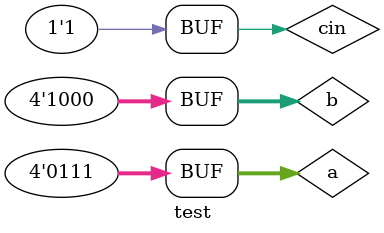
<source format=v>

`timescale 1ns / 1ps
module genloop(a,b,cin,sum,co);
input [3:0]a,b;
input cin;
output [3:0]sum;
output co;
wire [4:0]c;
assign c[0]=cin;

genvar i;

generate
for(i=0;i<=3;i=i+1) begin: loop1
fa ins1(a[i],b[i],c[i],sum[i],c[i+1]);
end
endgenerate
assign co=c[4];
endmodule

module fa(a,b,cin,sum,co);
input a,b,cin;
output sum,co;
assign sum=a^b^cin;
assign co=(a&b)|(a&cin)|(b&cin);
endmodule

//Testbench

`timescale 1ns / 1ps

module test;

	// Inputs
	reg [3:0] a;
	reg [3:0] b;
	reg cin;

	// Outputs
	wire [3:0] sum;
	wire co;

	// Instantiate the Unit Under Test (UUT)
	genloop uut (
		.a(a), 
		.b(b), 
		.cin(cin), 
		.sum(sum), 
		.co(co)
	);

	initial begin
		// Initialize Inputs
		a = 7;
		b = 8;
		cin = 0;

		#5 a = 7;
		b = 8;
		cin = 1;

	end
      
		initial
		$monitor("simtime=%t,a=%d,b=%d,cin=%b,{co,sum}=%d",$time,a,b,cin,{co,sum});
endmodule

</source>
